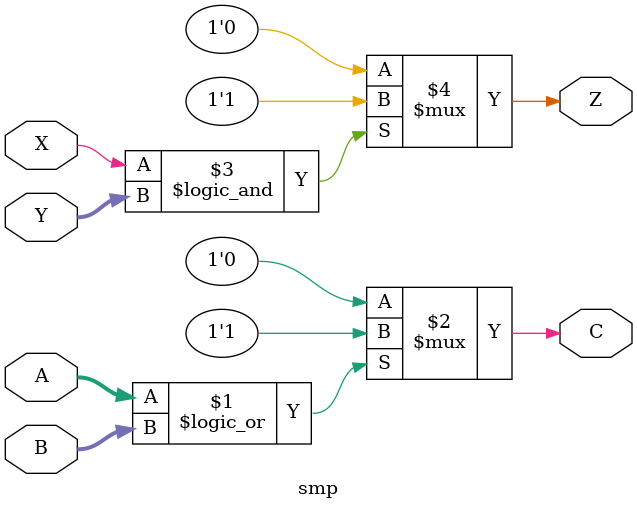
<source format=v>
module smp(A,B,X,Y,C,Z);
 input X;
 input [1:0]Y;
 input [1:0] A;
 input [2:0] B;
 output C,Z;
 assign C = ( A || B ) ? 1'b1 : 1'b0; //warning on (A && B) here
 assign Z = ( X && Y ) ? 1'b1 : 1'b0; //warning on (X && Y) here
endmodule


</source>
